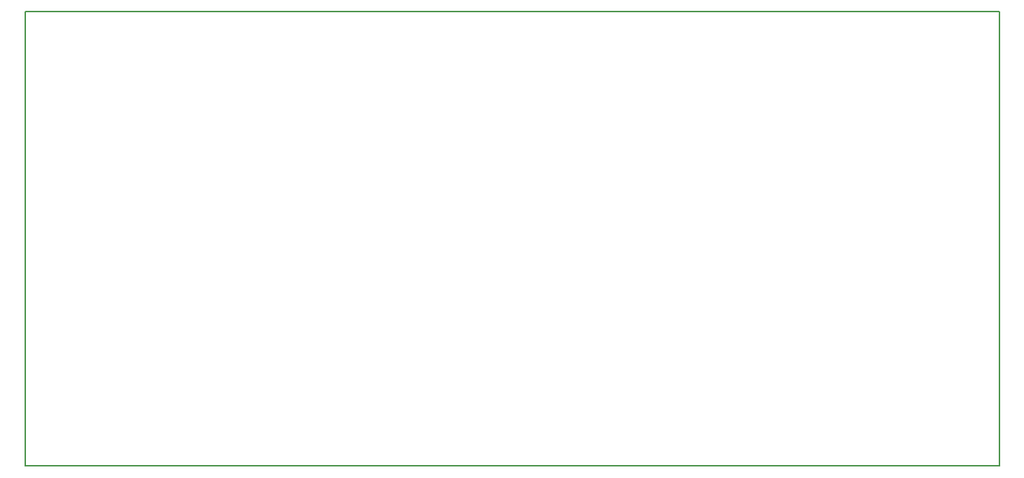
<source format=gbr>
G04 #@! TF.FileFunction,Profile,NP*
%FSLAX46Y46*%
G04 Gerber Fmt 4.6, Leading zero omitted, Abs format (unit mm)*
G04 Created by KiCad (PCBNEW 4.0.4-stable) date 10/20/17 22:24:28*
%MOMM*%
%LPD*%
G01*
G04 APERTURE LIST*
%ADD10C,0.100000*%
%ADD11C,0.150000*%
G04 APERTURE END LIST*
D10*
D11*
X78740000Y-128270000D02*
X78740000Y-74930000D01*
X193040000Y-128270000D02*
X78740000Y-128270000D01*
X193040000Y-74930000D02*
X193040000Y-128270000D01*
X78740000Y-74930000D02*
X193040000Y-74930000D01*
M02*

</source>
